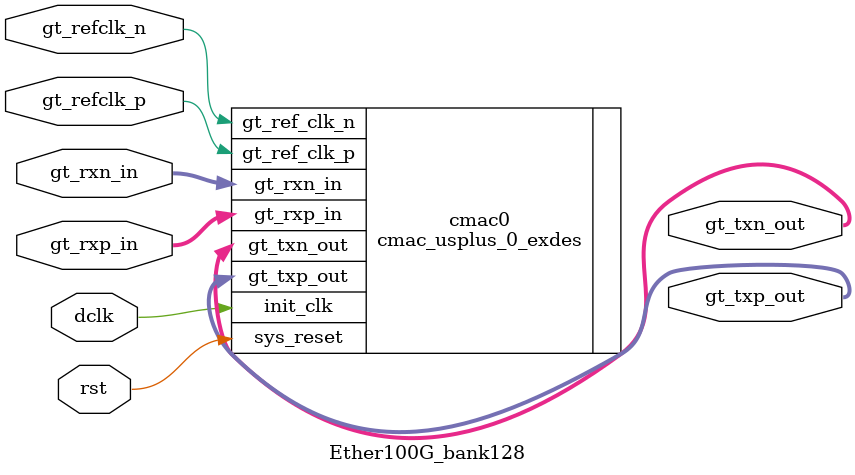
<source format=v>
`timescale 1ns / 1ps


module Ether100G_bank128(
    input             gt_refclk_p,
    input             gt_refclk_n,  
     
    input  wire [3:0] gt_rxp_in,
    input  wire [3:0] gt_rxn_in,
    output wire [3:0] gt_txp_out,
    output wire [3:0] gt_txn_out,
    
    input dclk,
    input rst
    );
    

cmac_usplus_0_exdes cmac0(
    .gt_rxp_in(gt_rxp_in),
    .gt_rxn_in(gt_rxn_in),
    .gt_txp_out(gt_txp_out),
    .gt_txn_out(gt_txn_out),

    .sys_reset(rst),

    .gt_ref_clk_p(gt_refclk_p),
    .gt_ref_clk_n(gt_refclk_n),
    .init_clk(dclk)
);
    
endmodule

</source>
